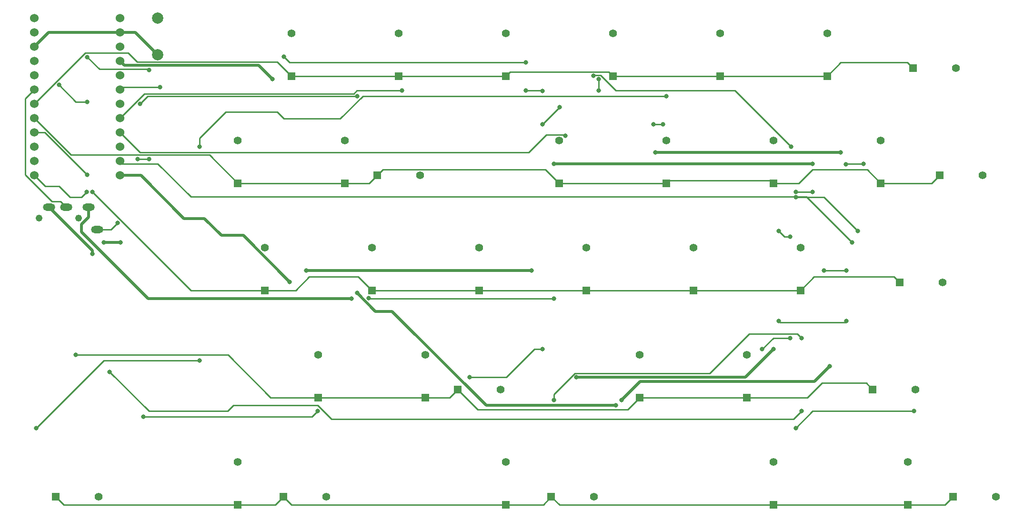
<source format=gtl>
G04 #@! TF.GenerationSoftware,KiCad,Pcbnew,7.0.7*
G04 #@! TF.CreationDate,2023-09-30T18:17:31+09:00*
G04 #@! TF.ProjectId,ind-assemble_R,696e642d-6173-4736-956d-626c655f522e,rev?*
G04 #@! TF.SameCoordinates,Original*
G04 #@! TF.FileFunction,Copper,L1,Top*
G04 #@! TF.FilePolarity,Positive*
%FSLAX46Y46*%
G04 Gerber Fmt 4.6, Leading zero omitted, Abs format (unit mm)*
G04 Created by KiCad (PCBNEW 7.0.7) date 2023-09-30 18:17:31*
%MOMM*%
%LPD*%
G01*
G04 APERTURE LIST*
G04 #@! TA.AperFunction,ComponentPad*
%ADD10R,1.397000X1.397000*%
G04 #@! TD*
G04 #@! TA.AperFunction,ComponentPad*
%ADD11C,1.397000*%
G04 #@! TD*
G04 #@! TA.AperFunction,ComponentPad*
%ADD12C,2.000000*%
G04 #@! TD*
G04 #@! TA.AperFunction,ComponentPad*
%ADD13C,1.524000*%
G04 #@! TD*
G04 #@! TA.AperFunction,WasherPad*
%ADD14C,1.210000*%
G04 #@! TD*
G04 #@! TA.AperFunction,ComponentPad*
%ADD15O,2.200000X1.300000*%
G04 #@! TD*
G04 #@! TA.AperFunction,ViaPad*
%ADD16C,0.800000*%
G04 #@! TD*
G04 #@! TA.AperFunction,Conductor*
%ADD17C,0.250000*%
G04 #@! TD*
G04 #@! TA.AperFunction,Conductor*
%ADD18C,0.500000*%
G04 #@! TD*
G04 APERTURE END LIST*
D10*
X191452500Y-47625000D03*
D11*
X199072500Y-47625000D03*
D10*
X127158750Y-123825000D03*
D11*
X134778750Y-123825000D03*
D10*
X119062500Y-125253750D03*
D11*
X119062500Y-117633750D03*
D10*
X71437500Y-125253750D03*
D11*
X71437500Y-117633750D03*
D10*
X39052500Y-123825000D03*
D11*
X46672500Y-123825000D03*
D10*
X166687500Y-125253750D03*
D11*
X166687500Y-117633750D03*
D10*
X157162500Y-49053750D03*
D11*
X157162500Y-41433750D03*
D10*
X161925000Y-106203750D03*
D11*
X161925000Y-98583750D03*
D10*
X114300000Y-87153750D03*
D11*
X114300000Y-79533750D03*
D12*
X57150000Y-38743750D03*
X57150000Y-45243750D03*
D10*
X76200000Y-87153750D03*
D11*
X76200000Y-79533750D03*
D13*
X35245000Y-38765000D03*
X35245000Y-41305000D03*
X35245000Y-43845000D03*
X35245000Y-46385000D03*
X35245000Y-48925000D03*
X35245000Y-51465000D03*
X35245000Y-54005000D03*
X35245000Y-56545000D03*
X35245000Y-59085000D03*
X35245000Y-61625000D03*
X35245000Y-64165000D03*
X35245000Y-66705000D03*
X50485000Y-66705000D03*
X50485000Y-64165000D03*
X50485000Y-61625000D03*
X50485000Y-59085000D03*
X50485000Y-56545000D03*
X50485000Y-54005000D03*
X50485000Y-51465000D03*
X50485000Y-48925000D03*
X50485000Y-46385000D03*
X50485000Y-43845000D03*
X50485000Y-41305000D03*
X50485000Y-38765000D03*
D10*
X119062500Y-49053750D03*
D11*
X119062500Y-41433750D03*
D10*
X152400000Y-87153750D03*
D11*
X152400000Y-79533750D03*
D10*
X176212500Y-49053750D03*
D11*
X176212500Y-41433750D03*
D10*
X185737500Y-68103750D03*
D11*
X185737500Y-60483750D03*
D10*
X96202500Y-66675000D03*
D11*
X103822500Y-66675000D03*
D10*
X95250000Y-87153750D03*
D11*
X95250000Y-79533750D03*
D10*
X85725000Y-106203750D03*
D11*
X85725000Y-98583750D03*
D10*
X133350000Y-87153750D03*
D11*
X133350000Y-79533750D03*
D10*
X184308750Y-104775000D03*
D11*
X191928750Y-104775000D03*
D10*
X166687500Y-68103750D03*
D11*
X166687500Y-60483750D03*
D10*
X100012500Y-49053750D03*
D11*
X100012500Y-41433750D03*
D10*
X71437500Y-68103750D03*
D11*
X71437500Y-60483750D03*
D10*
X138112500Y-49053750D03*
D11*
X138112500Y-41433750D03*
D10*
X147637500Y-68103750D03*
D11*
X147637500Y-60483750D03*
D10*
X171450000Y-87153750D03*
D11*
X171450000Y-79533750D03*
D10*
X190500000Y-125253750D03*
D11*
X190500000Y-117633750D03*
D10*
X104775000Y-106203750D03*
D11*
X104775000Y-98583750D03*
D10*
X128587500Y-68103750D03*
D11*
X128587500Y-60483750D03*
D10*
X90487500Y-68103750D03*
D11*
X90487500Y-60483750D03*
D10*
X142875000Y-106203750D03*
D11*
X142875000Y-98583750D03*
D10*
X189071250Y-85725000D03*
D11*
X196691250Y-85725000D03*
D10*
X198596250Y-123825000D03*
D11*
X206216250Y-123825000D03*
D10*
X110490000Y-104775000D03*
D11*
X118110000Y-104775000D03*
D10*
X80962500Y-49053750D03*
D11*
X80962500Y-41433750D03*
D10*
X196215000Y-66675000D03*
D11*
X203835000Y-66675000D03*
D10*
X79533750Y-123825000D03*
D11*
X87153750Y-123825000D03*
D14*
X43125000Y-74345000D03*
X36125000Y-74345000D03*
D15*
X46425000Y-76345000D03*
X37925000Y-72345000D03*
X40925000Y-72345000D03*
X44925000Y-72345000D03*
D16*
X170625000Y-70625000D03*
X191625000Y-108625000D03*
X170625000Y-111625000D03*
X180625000Y-78625000D03*
X181625000Y-76625000D03*
X147625000Y-52625000D03*
X53625000Y-63802500D03*
X64625000Y-61625000D03*
X167625000Y-92625000D03*
X179625000Y-92625000D03*
X55625000Y-63802500D03*
X64625000Y-99625000D03*
X35625000Y-111625000D03*
X54625000Y-109625000D03*
X85625000Y-108625000D03*
X57611101Y-51007198D03*
X92625000Y-52625000D03*
X54027299Y-54027299D03*
X125625000Y-97625000D03*
X112625000Y-102625000D03*
X100637299Y-51637299D03*
X135625000Y-51625000D03*
X135625000Y-49625000D03*
X129625000Y-59625000D03*
X167625000Y-76625000D03*
X169625000Y-77625000D03*
X145354250Y-57625000D03*
X147053250Y-57625000D03*
X125625000Y-57625000D03*
X128625000Y-54625000D03*
X171625000Y-108625000D03*
X48625000Y-101625000D03*
X44612701Y-69637299D03*
X77625000Y-49625000D03*
X91625000Y-88625000D03*
X178625000Y-62625000D03*
X138625000Y-107625000D03*
X139625000Y-106625000D03*
X145625000Y-62625000D03*
X176625000Y-100625000D03*
X92625000Y-87625000D03*
X50112700Y-75137300D03*
X44625000Y-53625000D03*
X39637299Y-50637299D03*
X45625000Y-80625000D03*
X80625000Y-85625000D03*
X123625000Y-83625000D03*
X83625000Y-83625000D03*
X131625000Y-102625000D03*
X50625000Y-78625000D03*
X127625000Y-64625000D03*
X47625000Y-78625000D03*
X166625000Y-97625000D03*
X173625000Y-64625000D03*
X55625000Y-47996499D03*
X44637299Y-45656500D03*
X44625000Y-66625000D03*
X45625000Y-69625000D03*
X42625000Y-98625000D03*
X169625000Y-95625000D03*
X182625000Y-64625000D03*
X175625000Y-83625000D03*
X164625000Y-97625000D03*
X179524312Y-64725688D03*
X179625000Y-83625000D03*
X134625000Y-49005750D03*
X169778250Y-61625000D03*
X170637299Y-69612701D03*
X173625000Y-69625000D03*
X171625000Y-95625000D03*
X127625000Y-106625000D03*
X127625000Y-88625000D03*
X94725688Y-88524312D03*
X122625000Y-46625000D03*
X122625000Y-51625000D03*
X125625000Y-51711803D03*
X79590826Y-45590826D03*
D17*
X170625000Y-70625000D02*
X175625000Y-70625000D01*
X50945000Y-64625000D02*
X50485000Y-64165000D01*
X173625000Y-108625000D02*
X170625000Y-111625000D01*
X57185965Y-64625000D02*
X50945000Y-64625000D01*
X191625000Y-108625000D02*
X173625000Y-108625000D01*
X63092215Y-70531250D02*
X57185965Y-64625000D01*
X180625000Y-78625000D02*
X172531250Y-70531250D01*
X175625000Y-70625000D02*
X181625000Y-76625000D01*
X172531250Y-70531250D02*
X63092215Y-70531250D01*
X167848750Y-92848750D02*
X179401250Y-92848750D01*
X89631555Y-56643750D02*
X79643750Y-56643750D01*
X78433750Y-55433750D02*
X69304206Y-55433750D01*
X147625000Y-52625000D02*
X93650305Y-52625000D01*
X69304206Y-55433750D02*
X64625000Y-60112956D01*
X93650305Y-52625000D02*
X89631555Y-56643750D01*
X55625000Y-63802500D02*
X53625000Y-63802500D01*
X79643750Y-56643750D02*
X78433750Y-55433750D01*
X167625000Y-92625000D02*
X167848750Y-92848750D01*
X179401250Y-92848750D02*
X179625000Y-92625000D01*
X64625000Y-60112956D02*
X64625000Y-61625000D01*
X47625000Y-99625000D02*
X35625000Y-111625000D01*
X64625000Y-99625000D02*
X47625000Y-99625000D01*
X85625000Y-108625000D02*
X84625000Y-109625000D01*
X84625000Y-109625000D02*
X54625000Y-109625000D01*
X50485000Y-51465000D02*
X50942802Y-51007198D01*
X50942802Y-51007198D02*
X57611101Y-51007198D01*
X92625000Y-52625000D02*
X55429598Y-52625000D01*
X55429598Y-52625000D02*
X54027299Y-54027299D01*
X92049695Y-52175000D02*
X54855000Y-52175000D01*
X125625000Y-97625000D02*
X124126535Y-97625000D01*
X124126535Y-97625000D02*
X119126535Y-102625000D01*
X54855000Y-52175000D02*
X50485000Y-56545000D01*
X100637299Y-51637299D02*
X92587396Y-51637299D01*
X119126535Y-102625000D02*
X112625000Y-102625000D01*
X92587396Y-51637299D02*
X92049695Y-52175000D01*
X129460250Y-59460250D02*
X126316794Y-59460250D01*
X135625000Y-49625000D02*
X135625000Y-51625000D01*
X129625000Y-59625000D02*
X129460250Y-59460250D01*
X123152044Y-62625000D02*
X54025000Y-62625000D01*
X54025000Y-62625000D02*
X50485000Y-59085000D01*
X126316794Y-59460250D02*
X123152044Y-62625000D01*
X169625000Y-77625000D02*
X168625000Y-77625000D01*
X168625000Y-77625000D02*
X167625000Y-76625000D01*
X147053250Y-57625000D02*
X145354250Y-57625000D01*
X128625000Y-54625000D02*
X125625000Y-57625000D01*
X85650305Y-107625000D02*
X70673465Y-107625000D01*
X43625000Y-70625000D02*
X41625000Y-70625000D01*
X39625000Y-68625000D02*
X37165000Y-68625000D01*
X170206250Y-110043750D02*
X88069055Y-110043750D01*
X44612701Y-69637299D02*
X43625000Y-70625000D01*
X69667215Y-108631250D02*
X55631250Y-108631250D01*
X70673465Y-107625000D02*
X69667215Y-108631250D01*
X88069055Y-110043750D02*
X85650305Y-107625000D01*
X39625000Y-68625000D02*
X41625000Y-70625000D01*
X171625000Y-108625000D02*
X170206250Y-110043750D01*
X55631250Y-108631250D02*
X48625000Y-101625000D01*
X37165000Y-68625000D02*
X35245000Y-66705000D01*
D18*
X91625000Y-88625000D02*
X55500076Y-88625000D01*
X98868750Y-90868750D02*
X115625000Y-107625000D01*
X43655000Y-76779924D02*
X43655000Y-75370635D01*
X50485000Y-46385000D02*
X51246999Y-47146999D01*
X92625000Y-87625000D02*
X95868750Y-90868750D01*
X55500076Y-88625000D02*
X43655000Y-76779924D01*
X178625000Y-62625000D02*
X145625000Y-62625000D01*
X75146999Y-47146999D02*
X77625000Y-49625000D01*
X115625000Y-107625000D02*
X138625000Y-107625000D01*
X142925000Y-103325000D02*
X173925000Y-103325000D01*
X95868750Y-90868750D02*
X98868750Y-90868750D01*
X51246999Y-47146999D02*
X75146999Y-47146999D01*
X43655000Y-75370635D02*
X44925000Y-74100635D01*
X139625000Y-106625000D02*
X142925000Y-103325000D01*
X44925000Y-74100635D02*
X44925000Y-72345000D01*
X173925000Y-103325000D02*
X176625000Y-100625000D01*
D17*
X44625000Y-53625000D02*
X42625000Y-53625000D01*
X48905000Y-76345000D02*
X46425000Y-76345000D01*
X42625000Y-53625000D02*
X39637299Y-50637299D01*
X50112700Y-75137300D02*
X48905000Y-76345000D01*
D18*
X54224073Y-66705000D02*
X61877823Y-74358750D01*
X61877823Y-74358750D02*
X65511784Y-74358750D01*
X47625000Y-78625000D02*
X50625000Y-78625000D01*
X37785000Y-41305000D02*
X35245000Y-43845000D01*
X72440775Y-77398750D02*
X80667025Y-85625000D01*
X68551784Y-77398750D02*
X72440775Y-77398750D01*
X80667025Y-85625000D02*
X80625000Y-85625000D01*
X161625000Y-102625000D02*
X166625000Y-97625000D01*
X50485000Y-41305000D02*
X37785000Y-41305000D01*
X173625000Y-64625000D02*
X127625000Y-64625000D01*
X53211250Y-41305000D02*
X57150000Y-45243750D01*
X83625000Y-83625000D02*
X123625000Y-83625000D01*
X50485000Y-66705000D02*
X54224073Y-66705000D01*
X50485000Y-41305000D02*
X53211250Y-41305000D01*
X131625000Y-102625000D02*
X161625000Y-102625000D01*
X45625000Y-80045000D02*
X45625000Y-80625000D01*
X65511784Y-74358750D02*
X68551784Y-77398750D01*
X37925000Y-72345000D02*
X45625000Y-80045000D01*
D17*
X33625000Y-66622251D02*
X33625000Y-53085000D01*
X33625000Y-53085000D02*
X35245000Y-51465000D01*
X38372749Y-71370000D02*
X33625000Y-66622251D01*
X39950000Y-71370000D02*
X38372749Y-71370000D01*
X40925000Y-72345000D02*
X39950000Y-71370000D01*
X55466501Y-47838000D02*
X46818799Y-47838000D01*
X46818799Y-47838000D02*
X44637299Y-45656500D01*
X55625000Y-47996499D02*
X55466501Y-47838000D01*
X78480749Y-46571999D02*
X53571999Y-46571999D01*
X190491250Y-46663750D02*
X191452500Y-47625000D01*
X157162500Y-49053750D02*
X176212500Y-49053750D01*
X100012500Y-49053750D02*
X119062500Y-49053750D01*
X51932000Y-44932000D02*
X44318000Y-44932000D01*
X44318000Y-44932000D02*
X35245000Y-54005000D01*
X80962500Y-49053750D02*
X78480749Y-46571999D01*
X119062500Y-49053750D02*
X119835000Y-48281250D01*
X138112500Y-49053750D02*
X157162500Y-49053750D01*
X178602500Y-46663750D02*
X190491250Y-46663750D01*
X119835000Y-48281250D02*
X137340000Y-48281250D01*
X137340000Y-48281250D02*
X138112500Y-49053750D01*
X176212500Y-49053750D02*
X178602500Y-46663750D01*
X53571999Y-46571999D02*
X51932000Y-44932000D01*
X80962500Y-49053750D02*
X100012500Y-49053750D01*
X126135250Y-65651500D02*
X128587500Y-68103750D01*
X173575305Y-65700000D02*
X183333750Y-65700000D01*
X147637500Y-68103750D02*
X148160000Y-67581250D01*
X71437500Y-68103750D02*
X90487500Y-68103750D01*
X128587500Y-68103750D02*
X147637500Y-68103750D01*
X194786250Y-68103750D02*
X196215000Y-66675000D01*
X96202500Y-66675000D02*
X97226000Y-65651500D01*
X94773750Y-68103750D02*
X96202500Y-66675000D01*
X171171555Y-68103750D02*
X173575305Y-65700000D01*
X90487500Y-68103750D02*
X94773750Y-68103750D01*
X66411750Y-63078000D02*
X41778000Y-63078000D01*
X166687500Y-68103750D02*
X171171555Y-68103750D01*
X183333750Y-65700000D02*
X185737500Y-68103750D01*
X148160000Y-67581250D02*
X166165000Y-67581250D01*
X97226000Y-65651500D02*
X126135250Y-65651500D01*
X71437500Y-68103750D02*
X66411750Y-63078000D01*
X185737500Y-68103750D02*
X194786250Y-68103750D01*
X166165000Y-67581250D02*
X166687500Y-68103750D01*
X41778000Y-63078000D02*
X35245000Y-56545000D01*
X152400000Y-87153750D02*
X171450000Y-87153750D01*
X114300000Y-87153750D02*
X133350000Y-87153750D01*
X76200000Y-87153750D02*
X63153750Y-87153750D01*
X76200000Y-87153750D02*
X81738223Y-87153750D01*
X81738223Y-87153750D02*
X84141973Y-84750000D01*
X63153750Y-87153750D02*
X45625000Y-69625000D01*
X37085000Y-59085000D02*
X35245000Y-59085000D01*
X173840000Y-84763750D02*
X188110000Y-84763750D01*
X92846250Y-84750000D02*
X95250000Y-87153750D01*
X188110000Y-84763750D02*
X189071250Y-85725000D01*
X133350000Y-87153750D02*
X152400000Y-87153750D01*
X171450000Y-87153750D02*
X173840000Y-84763750D01*
X95250000Y-87153750D02*
X114300000Y-87153750D01*
X44625000Y-66625000D02*
X37085000Y-59085000D01*
X84141973Y-84750000D02*
X92846250Y-84750000D01*
X183158750Y-103625000D02*
X184308750Y-104775000D01*
X172686243Y-106203750D02*
X175264993Y-103625000D01*
X109061250Y-106203750D02*
X110490000Y-104775000D01*
X69692956Y-98625000D02*
X42625000Y-98625000D01*
X114065000Y-108350000D02*
X140728750Y-108350000D01*
X85725000Y-106203750D02*
X104775000Y-106203750D01*
X175264993Y-103625000D02*
X183158750Y-103625000D01*
X110490000Y-104775000D02*
X114065000Y-108350000D01*
X140728750Y-108350000D02*
X142875000Y-106203750D01*
X161925000Y-106203750D02*
X172686243Y-106203750D01*
X142875000Y-106203750D02*
X161925000Y-106203750D01*
X77271706Y-106203750D02*
X69692956Y-98625000D01*
X85725000Y-106203750D02*
X77271706Y-106203750D01*
X104775000Y-106203750D02*
X109061250Y-106203750D01*
X119016250Y-125300000D02*
X119062500Y-125253750D01*
X190500000Y-125253750D02*
X197167500Y-125253750D01*
X39052500Y-123825000D02*
X40527500Y-125300000D01*
X127158750Y-123825000D02*
X128633750Y-125300000D01*
X79533750Y-123825000D02*
X81008750Y-125300000D01*
X40527500Y-125300000D02*
X71391250Y-125300000D01*
X197167500Y-125253750D02*
X198596250Y-123825000D01*
X166641250Y-125300000D02*
X166687500Y-125253750D01*
X119062500Y-125253750D02*
X125730000Y-125253750D01*
X81008750Y-125300000D02*
X119016250Y-125300000D01*
X78105000Y-125253750D02*
X79533750Y-123825000D01*
X128633750Y-125300000D02*
X166641250Y-125300000D01*
X166687500Y-125253750D02*
X190500000Y-125253750D01*
X125730000Y-125253750D02*
X127158750Y-123825000D01*
X71437500Y-125253750D02*
X78105000Y-125253750D01*
X71391250Y-125300000D02*
X71437500Y-125253750D01*
X169625000Y-95625000D02*
X166625000Y-95625000D01*
X179625000Y-83625000D02*
X175625000Y-83625000D01*
X166625000Y-95625000D02*
X164625000Y-97625000D01*
X179524312Y-64725688D02*
X179625000Y-64625000D01*
X179625000Y-64625000D02*
X182625000Y-64625000D01*
X173612701Y-69612701D02*
X173625000Y-69625000D01*
X159778250Y-51625000D02*
X169778250Y-61625000D01*
X135925305Y-48900000D02*
X138650305Y-51625000D01*
X138650305Y-51625000D02*
X159778250Y-51625000D01*
X134730750Y-48900000D02*
X135925305Y-48900000D01*
X170637299Y-69612701D02*
X173612701Y-69612701D01*
X134625000Y-49005750D02*
X134730750Y-48900000D01*
X131324695Y-101900000D02*
X127625000Y-105599695D01*
X155350000Y-101900000D02*
X131324695Y-101900000D01*
X171625000Y-95625000D02*
X170900000Y-94900000D01*
X170900000Y-94900000D02*
X162350000Y-94900000D01*
X127625000Y-105599695D02*
X127625000Y-106625000D01*
X162350000Y-94900000D02*
X155350000Y-101900000D01*
X127625000Y-88625000D02*
X94826376Y-88625000D01*
X94826376Y-88625000D02*
X94725688Y-88524312D01*
X125538197Y-51625000D02*
X125625000Y-51711803D01*
X80625000Y-46625000D02*
X122625000Y-46625000D01*
X122625000Y-51625000D02*
X125538197Y-51625000D01*
X79590826Y-45590826D02*
X80625000Y-46625000D01*
M02*

</source>
